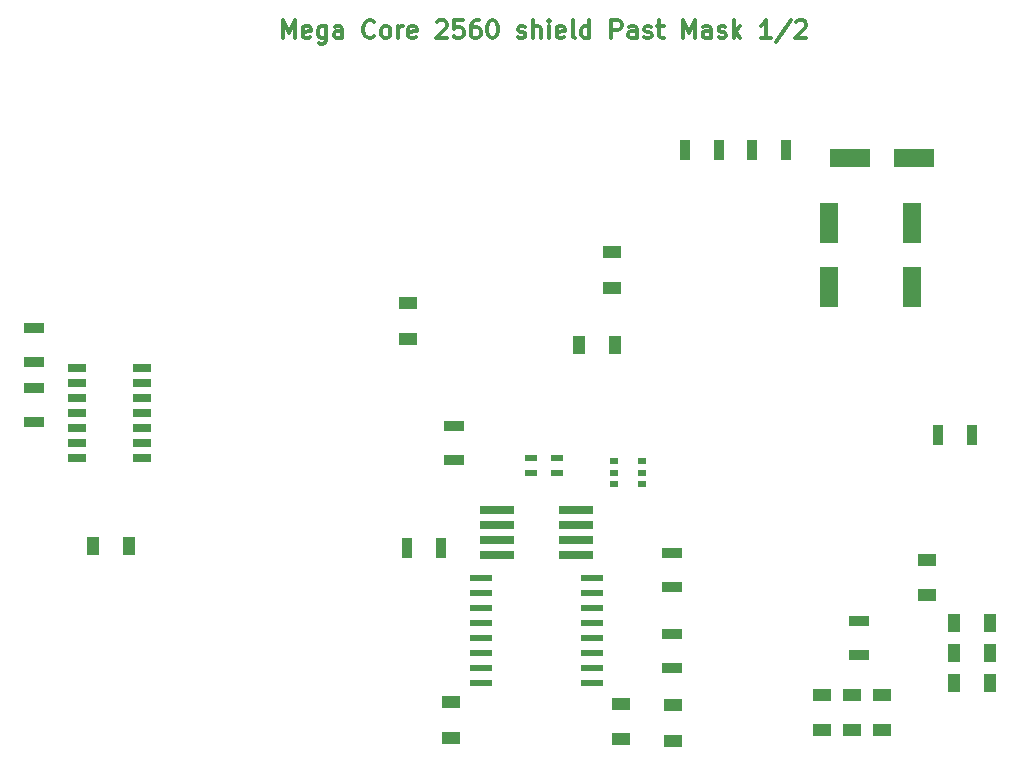
<source format=gbr>
G04 #@! TF.FileFunction,Paste,Top*
%FSLAX46Y46*%
G04 Gerber Fmt 4.6, Leading zero omitted, Abs format (unit mm)*
G04 Created by KiCad (PCBNEW 4.0.7) date 09/26/17 15:15:17*
%MOMM*%
%LPD*%
G01*
G04 APERTURE LIST*
%ADD10C,0.100000*%
%ADD11C,0.300000*%
%ADD12R,0.800000X0.550000*%
%ADD13R,1.700000X0.900000*%
%ADD14R,3.000000X0.650000*%
%ADD15R,1.600000X1.000000*%
%ADD16R,1.597660X0.698500*%
%ADD17R,1.000000X1.600000*%
%ADD18R,0.900000X1.700000*%
%ADD19R,3.500000X1.600000*%
%ADD20R,1.600000X3.500000*%
%ADD21R,1.980000X0.530000*%
%ADD22R,1.100000X0.600000*%
G04 APERTURE END LIST*
D10*
D11*
X164425378Y-58113051D02*
X164425378Y-56613051D01*
X164925378Y-57684480D01*
X165425378Y-56613051D01*
X165425378Y-58113051D01*
X166711092Y-58041623D02*
X166568235Y-58113051D01*
X166282521Y-58113051D01*
X166139664Y-58041623D01*
X166068235Y-57898766D01*
X166068235Y-57327337D01*
X166139664Y-57184480D01*
X166282521Y-57113051D01*
X166568235Y-57113051D01*
X166711092Y-57184480D01*
X166782521Y-57327337D01*
X166782521Y-57470194D01*
X166068235Y-57613051D01*
X168068235Y-57113051D02*
X168068235Y-58327337D01*
X167996806Y-58470194D01*
X167925378Y-58541623D01*
X167782521Y-58613051D01*
X167568235Y-58613051D01*
X167425378Y-58541623D01*
X168068235Y-58041623D02*
X167925378Y-58113051D01*
X167639664Y-58113051D01*
X167496806Y-58041623D01*
X167425378Y-57970194D01*
X167353949Y-57827337D01*
X167353949Y-57398766D01*
X167425378Y-57255909D01*
X167496806Y-57184480D01*
X167639664Y-57113051D01*
X167925378Y-57113051D01*
X168068235Y-57184480D01*
X169425378Y-58113051D02*
X169425378Y-57327337D01*
X169353949Y-57184480D01*
X169211092Y-57113051D01*
X168925378Y-57113051D01*
X168782521Y-57184480D01*
X169425378Y-58041623D02*
X169282521Y-58113051D01*
X168925378Y-58113051D01*
X168782521Y-58041623D01*
X168711092Y-57898766D01*
X168711092Y-57755909D01*
X168782521Y-57613051D01*
X168925378Y-57541623D01*
X169282521Y-57541623D01*
X169425378Y-57470194D01*
X172139664Y-57970194D02*
X172068235Y-58041623D01*
X171853949Y-58113051D01*
X171711092Y-58113051D01*
X171496807Y-58041623D01*
X171353949Y-57898766D01*
X171282521Y-57755909D01*
X171211092Y-57470194D01*
X171211092Y-57255909D01*
X171282521Y-56970194D01*
X171353949Y-56827337D01*
X171496807Y-56684480D01*
X171711092Y-56613051D01*
X171853949Y-56613051D01*
X172068235Y-56684480D01*
X172139664Y-56755909D01*
X172996807Y-58113051D02*
X172853949Y-58041623D01*
X172782521Y-57970194D01*
X172711092Y-57827337D01*
X172711092Y-57398766D01*
X172782521Y-57255909D01*
X172853949Y-57184480D01*
X172996807Y-57113051D01*
X173211092Y-57113051D01*
X173353949Y-57184480D01*
X173425378Y-57255909D01*
X173496807Y-57398766D01*
X173496807Y-57827337D01*
X173425378Y-57970194D01*
X173353949Y-58041623D01*
X173211092Y-58113051D01*
X172996807Y-58113051D01*
X174139664Y-58113051D02*
X174139664Y-57113051D01*
X174139664Y-57398766D02*
X174211092Y-57255909D01*
X174282521Y-57184480D01*
X174425378Y-57113051D01*
X174568235Y-57113051D01*
X175639663Y-58041623D02*
X175496806Y-58113051D01*
X175211092Y-58113051D01*
X175068235Y-58041623D01*
X174996806Y-57898766D01*
X174996806Y-57327337D01*
X175068235Y-57184480D01*
X175211092Y-57113051D01*
X175496806Y-57113051D01*
X175639663Y-57184480D01*
X175711092Y-57327337D01*
X175711092Y-57470194D01*
X174996806Y-57613051D01*
X177425377Y-56755909D02*
X177496806Y-56684480D01*
X177639663Y-56613051D01*
X177996806Y-56613051D01*
X178139663Y-56684480D01*
X178211092Y-56755909D01*
X178282520Y-56898766D01*
X178282520Y-57041623D01*
X178211092Y-57255909D01*
X177353949Y-58113051D01*
X178282520Y-58113051D01*
X179639663Y-56613051D02*
X178925377Y-56613051D01*
X178853948Y-57327337D01*
X178925377Y-57255909D01*
X179068234Y-57184480D01*
X179425377Y-57184480D01*
X179568234Y-57255909D01*
X179639663Y-57327337D01*
X179711091Y-57470194D01*
X179711091Y-57827337D01*
X179639663Y-57970194D01*
X179568234Y-58041623D01*
X179425377Y-58113051D01*
X179068234Y-58113051D01*
X178925377Y-58041623D01*
X178853948Y-57970194D01*
X180996805Y-56613051D02*
X180711091Y-56613051D01*
X180568234Y-56684480D01*
X180496805Y-56755909D01*
X180353948Y-56970194D01*
X180282519Y-57255909D01*
X180282519Y-57827337D01*
X180353948Y-57970194D01*
X180425376Y-58041623D01*
X180568234Y-58113051D01*
X180853948Y-58113051D01*
X180996805Y-58041623D01*
X181068234Y-57970194D01*
X181139662Y-57827337D01*
X181139662Y-57470194D01*
X181068234Y-57327337D01*
X180996805Y-57255909D01*
X180853948Y-57184480D01*
X180568234Y-57184480D01*
X180425376Y-57255909D01*
X180353948Y-57327337D01*
X180282519Y-57470194D01*
X182068233Y-56613051D02*
X182211090Y-56613051D01*
X182353947Y-56684480D01*
X182425376Y-56755909D01*
X182496805Y-56898766D01*
X182568233Y-57184480D01*
X182568233Y-57541623D01*
X182496805Y-57827337D01*
X182425376Y-57970194D01*
X182353947Y-58041623D01*
X182211090Y-58113051D01*
X182068233Y-58113051D01*
X181925376Y-58041623D01*
X181853947Y-57970194D01*
X181782519Y-57827337D01*
X181711090Y-57541623D01*
X181711090Y-57184480D01*
X181782519Y-56898766D01*
X181853947Y-56755909D01*
X181925376Y-56684480D01*
X182068233Y-56613051D01*
X184282518Y-58041623D02*
X184425375Y-58113051D01*
X184711090Y-58113051D01*
X184853947Y-58041623D01*
X184925375Y-57898766D01*
X184925375Y-57827337D01*
X184853947Y-57684480D01*
X184711090Y-57613051D01*
X184496804Y-57613051D01*
X184353947Y-57541623D01*
X184282518Y-57398766D01*
X184282518Y-57327337D01*
X184353947Y-57184480D01*
X184496804Y-57113051D01*
X184711090Y-57113051D01*
X184853947Y-57184480D01*
X185568233Y-58113051D02*
X185568233Y-56613051D01*
X186211090Y-58113051D02*
X186211090Y-57327337D01*
X186139661Y-57184480D01*
X185996804Y-57113051D01*
X185782519Y-57113051D01*
X185639661Y-57184480D01*
X185568233Y-57255909D01*
X186925376Y-58113051D02*
X186925376Y-57113051D01*
X186925376Y-56613051D02*
X186853947Y-56684480D01*
X186925376Y-56755909D01*
X186996804Y-56684480D01*
X186925376Y-56613051D01*
X186925376Y-56755909D01*
X188211090Y-58041623D02*
X188068233Y-58113051D01*
X187782519Y-58113051D01*
X187639662Y-58041623D01*
X187568233Y-57898766D01*
X187568233Y-57327337D01*
X187639662Y-57184480D01*
X187782519Y-57113051D01*
X188068233Y-57113051D01*
X188211090Y-57184480D01*
X188282519Y-57327337D01*
X188282519Y-57470194D01*
X187568233Y-57613051D01*
X189139662Y-58113051D02*
X188996804Y-58041623D01*
X188925376Y-57898766D01*
X188925376Y-56613051D01*
X190353947Y-58113051D02*
X190353947Y-56613051D01*
X190353947Y-58041623D02*
X190211090Y-58113051D01*
X189925376Y-58113051D01*
X189782518Y-58041623D01*
X189711090Y-57970194D01*
X189639661Y-57827337D01*
X189639661Y-57398766D01*
X189711090Y-57255909D01*
X189782518Y-57184480D01*
X189925376Y-57113051D01*
X190211090Y-57113051D01*
X190353947Y-57184480D01*
X192211090Y-58113051D02*
X192211090Y-56613051D01*
X192782518Y-56613051D01*
X192925376Y-56684480D01*
X192996804Y-56755909D01*
X193068233Y-56898766D01*
X193068233Y-57113051D01*
X192996804Y-57255909D01*
X192925376Y-57327337D01*
X192782518Y-57398766D01*
X192211090Y-57398766D01*
X194353947Y-58113051D02*
X194353947Y-57327337D01*
X194282518Y-57184480D01*
X194139661Y-57113051D01*
X193853947Y-57113051D01*
X193711090Y-57184480D01*
X194353947Y-58041623D02*
X194211090Y-58113051D01*
X193853947Y-58113051D01*
X193711090Y-58041623D01*
X193639661Y-57898766D01*
X193639661Y-57755909D01*
X193711090Y-57613051D01*
X193853947Y-57541623D01*
X194211090Y-57541623D01*
X194353947Y-57470194D01*
X194996804Y-58041623D02*
X195139661Y-58113051D01*
X195425376Y-58113051D01*
X195568233Y-58041623D01*
X195639661Y-57898766D01*
X195639661Y-57827337D01*
X195568233Y-57684480D01*
X195425376Y-57613051D01*
X195211090Y-57613051D01*
X195068233Y-57541623D01*
X194996804Y-57398766D01*
X194996804Y-57327337D01*
X195068233Y-57184480D01*
X195211090Y-57113051D01*
X195425376Y-57113051D01*
X195568233Y-57184480D01*
X196068233Y-57113051D02*
X196639662Y-57113051D01*
X196282519Y-56613051D02*
X196282519Y-57898766D01*
X196353947Y-58041623D01*
X196496805Y-58113051D01*
X196639662Y-58113051D01*
X198282519Y-58113051D02*
X198282519Y-56613051D01*
X198782519Y-57684480D01*
X199282519Y-56613051D01*
X199282519Y-58113051D01*
X200639662Y-58113051D02*
X200639662Y-57327337D01*
X200568233Y-57184480D01*
X200425376Y-57113051D01*
X200139662Y-57113051D01*
X199996805Y-57184480D01*
X200639662Y-58041623D02*
X200496805Y-58113051D01*
X200139662Y-58113051D01*
X199996805Y-58041623D01*
X199925376Y-57898766D01*
X199925376Y-57755909D01*
X199996805Y-57613051D01*
X200139662Y-57541623D01*
X200496805Y-57541623D01*
X200639662Y-57470194D01*
X201282519Y-58041623D02*
X201425376Y-58113051D01*
X201711091Y-58113051D01*
X201853948Y-58041623D01*
X201925376Y-57898766D01*
X201925376Y-57827337D01*
X201853948Y-57684480D01*
X201711091Y-57613051D01*
X201496805Y-57613051D01*
X201353948Y-57541623D01*
X201282519Y-57398766D01*
X201282519Y-57327337D01*
X201353948Y-57184480D01*
X201496805Y-57113051D01*
X201711091Y-57113051D01*
X201853948Y-57184480D01*
X202568234Y-58113051D02*
X202568234Y-56613051D01*
X202711091Y-57541623D02*
X203139662Y-58113051D01*
X203139662Y-57113051D02*
X202568234Y-57684480D01*
X205711091Y-58113051D02*
X204853948Y-58113051D01*
X205282520Y-58113051D02*
X205282520Y-56613051D01*
X205139663Y-56827337D01*
X204996805Y-56970194D01*
X204853948Y-57041623D01*
X207425376Y-56541623D02*
X206139662Y-58470194D01*
X207853948Y-56755909D02*
X207925377Y-56684480D01*
X208068234Y-56613051D01*
X208425377Y-56613051D01*
X208568234Y-56684480D01*
X208639663Y-56755909D01*
X208711091Y-56898766D01*
X208711091Y-57041623D01*
X208639663Y-57255909D01*
X207782520Y-58113051D01*
X208711091Y-58113051D01*
D12*
X192444520Y-93949480D03*
X192444520Y-94899480D03*
X192444520Y-95849480D03*
X194844520Y-95849480D03*
X194844520Y-94899480D03*
X194844520Y-93949480D03*
D13*
X197327520Y-104604480D03*
X197327520Y-101704480D03*
D14*
X189247520Y-98074480D03*
X189247520Y-99344480D03*
X189247520Y-100614480D03*
X189247520Y-101884480D03*
X182547520Y-101884480D03*
X182547520Y-100614480D03*
X182547520Y-99344480D03*
X182547520Y-98074480D03*
D15*
X193009520Y-117481480D03*
X193009520Y-114481480D03*
X178658520Y-117354480D03*
X178658520Y-114354480D03*
X174975520Y-83572480D03*
X174975520Y-80572480D03*
X197454520Y-114608480D03*
X197454520Y-117608480D03*
D16*
X146954240Y-86012020D03*
X146954240Y-87282020D03*
X146954240Y-88552020D03*
X146954240Y-89819480D03*
X146954240Y-91086940D03*
X146954240Y-92356940D03*
X146954240Y-93626940D03*
X152450800Y-93626940D03*
X152450800Y-92356940D03*
X152450800Y-91086940D03*
X152450800Y-89819480D03*
X152450800Y-88552020D03*
X152450800Y-87282020D03*
X152450800Y-86012020D03*
D17*
X151329520Y-101122480D03*
X148329520Y-101122480D03*
D15*
X215107520Y-116719480D03*
X215107520Y-113719480D03*
D17*
X224227520Y-107599480D03*
X221227520Y-107599480D03*
X224227520Y-110139480D03*
X221227520Y-110139480D03*
X224227520Y-112679480D03*
X221227520Y-112679480D03*
D15*
X212567520Y-116719480D03*
X212567520Y-113719480D03*
X210027520Y-116719480D03*
X210027520Y-113719480D03*
D17*
X192477520Y-84104480D03*
X189477520Y-84104480D03*
D15*
X218917520Y-102289480D03*
X218917520Y-105289480D03*
D18*
X207032520Y-67594480D03*
X204132520Y-67594480D03*
X201317520Y-67594480D03*
X198417520Y-67594480D03*
D13*
X213202520Y-107419480D03*
X213202520Y-110319480D03*
D18*
X177822520Y-101249480D03*
X174922520Y-101249480D03*
D13*
X178912520Y-90909480D03*
X178912520Y-93809480D03*
X143352520Y-90634480D03*
X143352520Y-87734480D03*
X143352520Y-85554480D03*
X143352520Y-82654480D03*
D18*
X219880520Y-91724480D03*
X222780520Y-91724480D03*
D13*
X197327520Y-111462480D03*
X197327520Y-108562480D03*
D19*
X212407520Y-68229480D03*
X217807520Y-68229480D03*
D15*
X192247520Y-79254480D03*
X192247520Y-76254480D03*
D20*
X217647520Y-79184480D03*
X217647520Y-73784480D03*
X210662520Y-73784480D03*
X210662520Y-79184480D03*
D21*
X181212520Y-103789480D03*
X181212520Y-105059480D03*
X181212520Y-106329480D03*
X181212520Y-107599480D03*
X181212520Y-108869480D03*
X181212520Y-110139480D03*
X181212520Y-111409480D03*
X181212520Y-112679480D03*
X190582520Y-112679480D03*
X190582520Y-111409480D03*
X190582520Y-110139480D03*
X190582520Y-108869480D03*
X190582520Y-107599480D03*
X190582520Y-106329480D03*
X190582520Y-105059480D03*
X190582520Y-103789480D03*
D22*
X185432520Y-94899480D03*
X187632520Y-94899480D03*
X187632520Y-93629480D03*
X185432520Y-93629480D03*
M02*

</source>
